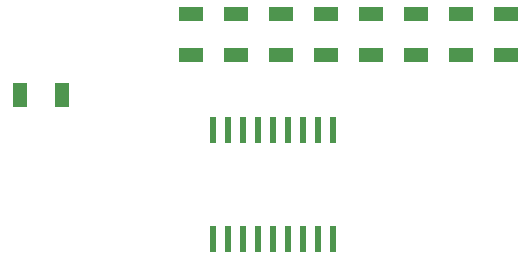
<source format=gbp>
G04 EAGLE Gerber RS-274X export*
G75*
%MOMM*%
%FSLAX34Y34*%
%LPD*%
%INSolderpaste Bottom*%
%IPPOS*%
%AMOC8*
5,1,8,0,0,1.08239X$1,22.5*%
G01*
%ADD10R,0.600000X2.200000*%
%ADD11R,1.270000X2.060000*%
%ADD12R,2.060000X1.270000*%


D10*
X450850Y157200D03*
X399450Y249200D03*
X463550Y157200D03*
X438150Y157200D03*
X425450Y157200D03*
X412150Y249200D03*
X386750Y249200D03*
X374050Y249200D03*
X400050Y157200D03*
X412750Y157200D03*
X387350Y157200D03*
X374650Y157200D03*
X424850Y249200D03*
X437550Y249200D03*
X450550Y249200D03*
X463550Y249200D03*
X361950Y157200D03*
X361350Y249200D03*
D11*
X198350Y279400D03*
X233450Y279400D03*
D12*
X571500Y312650D03*
X571500Y347750D03*
X609600Y312650D03*
X609600Y347750D03*
X342900Y312650D03*
X342900Y347750D03*
X381000Y312650D03*
X381000Y347750D03*
X419100Y312650D03*
X419100Y347750D03*
X457200Y312650D03*
X457200Y347750D03*
X495300Y312650D03*
X495300Y347750D03*
X533400Y312650D03*
X533400Y347750D03*
M02*

</source>
